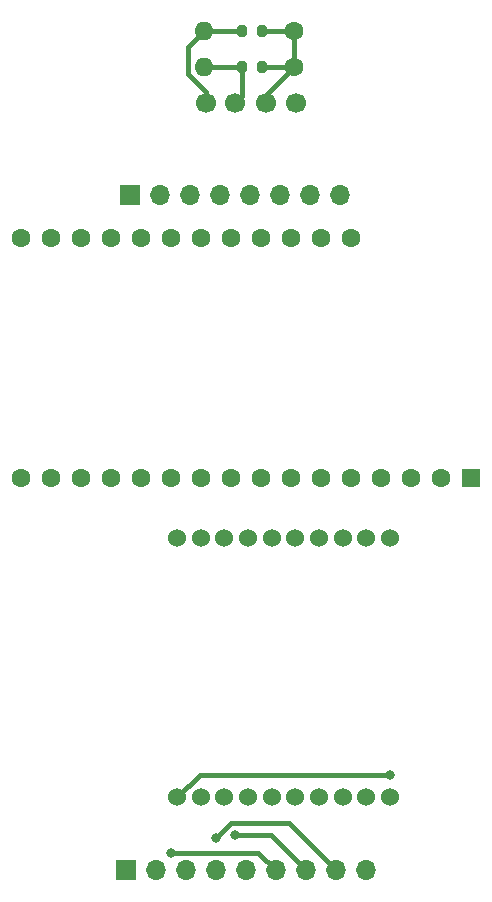
<source format=gbr>
%TF.GenerationSoftware,KiCad,Pcbnew,7.0.7*%
%TF.CreationDate,2023-09-12T20:42:17-04:00*%
%TF.ProjectId,Lora_Keypad2,4c6f7261-5f4b-4657-9970-6164322e6b69,v1*%
%TF.SameCoordinates,Original*%
%TF.FileFunction,Copper,L1,Top*%
%TF.FilePolarity,Positive*%
%FSLAX46Y46*%
G04 Gerber Fmt 4.6, Leading zero omitted, Abs format (unit mm)*
G04 Created by KiCad (PCBNEW 7.0.7) date 2023-09-12 20:42:17*
%MOMM*%
%LPD*%
G01*
G04 APERTURE LIST*
G04 Aperture macros list*
%AMRoundRect*
0 Rectangle with rounded corners*
0 $1 Rounding radius*
0 $2 $3 $4 $5 $6 $7 $8 $9 X,Y pos of 4 corners*
0 Add a 4 corners polygon primitive as box body*
4,1,4,$2,$3,$4,$5,$6,$7,$8,$9,$2,$3,0*
0 Add four circle primitives for the rounded corners*
1,1,$1+$1,$2,$3*
1,1,$1+$1,$4,$5*
1,1,$1+$1,$6,$7*
1,1,$1+$1,$8,$9*
0 Add four rect primitives between the rounded corners*
20,1,$1+$1,$2,$3,$4,$5,0*
20,1,$1+$1,$4,$5,$6,$7,0*
20,1,$1+$1,$6,$7,$8,$9,0*
20,1,$1+$1,$8,$9,$2,$3,0*%
G04 Aperture macros list end*
%TA.AperFunction,ComponentPad*%
%ADD10R,1.700000X1.700000*%
%TD*%
%TA.AperFunction,ComponentPad*%
%ADD11O,1.700000X1.700000*%
%TD*%
%TA.AperFunction,ComponentPad*%
%ADD12C,1.700000*%
%TD*%
%TA.AperFunction,ComponentPad*%
%ADD13C,1.600000*%
%TD*%
%TA.AperFunction,ComponentPad*%
%ADD14O,1.600000X1.600000*%
%TD*%
%TA.AperFunction,SMDPad,CuDef*%
%ADD15RoundRect,0.200000X0.200000X0.275000X-0.200000X0.275000X-0.200000X-0.275000X0.200000X-0.275000X0*%
%TD*%
%TA.AperFunction,ComponentPad*%
%ADD16C,1.524000*%
%TD*%
%TA.AperFunction,ComponentPad*%
%ADD17R,1.600000X1.600000*%
%TD*%
%TA.AperFunction,ViaPad*%
%ADD18C,0.800000*%
%TD*%
%TA.AperFunction,Conductor*%
%ADD19C,0.400000*%
%TD*%
G04 APERTURE END LIST*
D10*
%TO.P,U1,A1,C1*%
%TO.N,C1*%
X189547500Y-71355000D03*
D11*
%TO.P,U1,A2,C2*%
%TO.N,C2*%
X192087500Y-71355000D03*
%TO.P,U1,A3,C3*%
%TO.N,C3*%
X194627500Y-71355000D03*
%TO.P,U1,A4,R1*%
%TO.N,R1*%
X197167500Y-71355000D03*
%TO.P,U1,A5,R2*%
%TO.N,R2*%
X199707500Y-71355000D03*
%TO.P,U1,A6,R3*%
%TO.N,R3*%
X202247500Y-71355000D03*
%TO.P,U1,A7,R4*%
%TO.N,R4*%
X204787500Y-71355000D03*
%TO.P,U1,A8,NC*%
%TO.N,unconnected-(U1-NC-PadA8)*%
X207327500Y-71355000D03*
D10*
%TO.P,U1,B1,NC*%
%TO.N,unconnected-(U1-NC-PadB1)*%
X189230000Y-128505000D03*
D11*
%TO.P,U1,B2,C2*%
%TO.N,C2*%
X191770000Y-128505000D03*
%TO.P,U1,B3,R1*%
%TO.N,R1*%
X194310000Y-128505000D03*
%TO.P,U1,B4,C1*%
%TO.N,C1*%
X196850000Y-128505000D03*
%TO.P,U1,B5,R4*%
%TO.N,R4*%
X199390000Y-128505000D03*
%TO.P,U1,B6,C3*%
%TO.N,C3*%
X201930000Y-128505000D03*
%TO.P,U1,B7,R3*%
%TO.N,R3*%
X204470000Y-128505000D03*
%TO.P,U1,B8,R2*%
%TO.N,R2*%
X207010000Y-128505000D03*
%TO.P,U1,B9,NC*%
%TO.N,unconnected-(U1-NC-PadB9)*%
X209550000Y-128505000D03*
%TD*%
D12*
%TO.P,J1,1,Pin_1*%
%TO.N,I2C_SDA*%
X195971000Y-63500000D03*
%TO.P,J1,2,Pin_2*%
%TO.N,I2C_SCL*%
X198471000Y-63500000D03*
%TO.P,J1,3,Pin_3*%
%TO.N,+3.3V*%
X201071000Y-63500000D03*
%TO.P,J1,4,Pin_4*%
%TO.N,GND*%
X203571000Y-63500000D03*
%TD*%
D13*
%TO.P,R3,1*%
%TO.N,+3.3V*%
X203454000Y-60452000D03*
D14*
%TO.P,R3,2*%
%TO.N,I2C_SCL*%
X195834000Y-60452000D03*
%TD*%
D15*
%TO.P,R1,1*%
%TO.N,+3.3V*%
X200723000Y-60452000D03*
%TO.P,R1,2*%
%TO.N,I2C_SCL*%
X199073000Y-60452000D03*
%TD*%
D13*
%TO.P,R4,1*%
%TO.N,+3.3V*%
X203454000Y-57404000D03*
D14*
%TO.P,R4,2*%
%TO.N,I2C_SDA*%
X195834000Y-57404000D03*
%TD*%
D15*
%TO.P,R2,1*%
%TO.N,+3.3V*%
X200723000Y-57404000D03*
%TO.P,R2,2*%
%TO.N,I2C_SDA*%
X199073000Y-57404000D03*
%TD*%
D16*
%TO.P,A2,1,VCC*%
%TO.N,+3.3V*%
X211551520Y-122326400D03*
%TO.P,A2,2,DOUT/DIO13*%
%TO.N,RX*%
X209550000Y-122326400D03*
%TO.P,A2,3,DIN/~{CONFIG}/DIO14*%
%TO.N,TX*%
X207551020Y-122326400D03*
%TO.P,A2,4,DIO12/SPI_MISO*%
%TO.N,unconnected-(A2-DIO12{slash}SPI_MISO-Pad4)*%
X205549500Y-122326400D03*
%TO.P,A2,5,~{RESET}*%
%TO.N,unconnected-(A2-~{RESET}-Pad5)*%
X203550520Y-122326400D03*
%TO.P,A2,6,RSSI_PWM/DIO10*%
%TO.N,unconnected-(A2-RSSI_PWM{slash}DIO10-Pad6)*%
X201551540Y-122326400D03*
%TO.P,A2,7,PWM1/DIO11/I2C_SDA*%
%TO.N,unconnected-(A2-PWM1{slash}DIO11{slash}I2C_SDA-Pad7)*%
X199550020Y-122326400D03*
%TO.P,A2,8,NC*%
%TO.N,unconnected-(A2-NC-Pad8)*%
X197551040Y-122326400D03*
%TO.P,A2,9,~{DTR}/SLEEP_RQ/DIO8*%
%TO.N,unconnected-(A2-~{DTR}{slash}SLEEP_RQ{slash}DIO8-Pad9)*%
X195549520Y-122326400D03*
%TO.P,A2,10,GND*%
%TO.N,GND*%
X193550540Y-122326400D03*
%TO.P,A2,11,DIO4/SPI_MOSI*%
%TO.N,unconnected-(A2-DIO4{slash}SPI_MOSI-Pad11)*%
X193550540Y-100330000D03*
%TO.P,A2,12,~{CTS}/DIO7*%
%TO.N,unconnected-(A2-~{CTS}{slash}DIO7-Pad12)*%
X195549520Y-100330000D03*
%TO.P,A2,13,ON/~{SLEEP}/DIO9*%
%TO.N,unconnected-(A2-ON{slash}~{SLEEP}{slash}DIO9-Pad13)*%
X197551040Y-100330000D03*
%TO.P,A2,14,NC*%
%TO.N,unconnected-(A2-NC-Pad14)*%
X199550020Y-100330000D03*
%TO.P,A2,15,ASSOCIATE/DIO5*%
%TO.N,unconnected-(A2-ASSOCIATE{slash}DIO5-Pad15)*%
X201551540Y-100330000D03*
%TO.P,A2,16,~{RTS}/DIO6*%
%TO.N,unconnected-(A2-~{RTS}{slash}DIO6-Pad16)*%
X203550520Y-100330000D03*
%TO.P,A2,17,AD3/DIO3/SPI_~{SSEL}*%
%TO.N,unconnected-(A2-AD3{slash}DIO3{slash}SPI_~{SSEL}-Pad17)*%
X205549500Y-100330000D03*
%TO.P,A2,18,AD2/DIO2/SPI_CLK*%
%TO.N,unconnected-(A2-AD2{slash}DIO2{slash}SPI_CLK-Pad18)*%
X207551020Y-100330000D03*
%TO.P,A2,19,AD1/DIO1/SPI_~{ATTN}/I2C_SCL*%
%TO.N,unconnected-(A2-AD1{slash}DIO1{slash}SPI_~{ATTN}{slash}I2C_SCL-Pad19)*%
X209550000Y-100330000D03*
%TO.P,A2,20,AD0/DIO0*%
%TO.N,unconnected-(A2-AD0{slash}DIO0-Pad20)*%
X211551520Y-100330000D03*
%TD*%
D17*
%TO.P,A1,1,~{RESET}*%
%TO.N,unconnected-(A1-~{RESET}-Pad1)*%
X218440000Y-95250000D03*
D13*
%TO.P,A1,2,3V3*%
%TO.N,+3.3V*%
X215900000Y-95250000D03*
%TO.P,A1,3,AREF*%
%TO.N,unconnected-(A1-AREF-Pad3)*%
X213360000Y-95250000D03*
%TO.P,A1,4,GND*%
%TO.N,GND*%
X210820000Y-95250000D03*
%TO.P,A1,5,A0*%
%TO.N,unconnected-(A1-A0-Pad5)*%
X208280000Y-95250000D03*
%TO.P,A1,6,A1*%
%TO.N,TX*%
X205740000Y-95250000D03*
%TO.P,A1,7,A2*%
%TO.N,RX*%
X203200000Y-95250000D03*
%TO.P,A1,8,A3*%
%TO.N,unconnected-(A1-A3-Pad8)*%
X200660000Y-95250000D03*
%TO.P,A1,9,A4*%
%TO.N,unconnected-(A1-A4-Pad9)*%
X198120000Y-95250000D03*
%TO.P,A1,10,A5*%
%TO.N,unconnected-(A1-A5-Pad10)*%
X195580000Y-95250000D03*
%TO.P,A1,11,SCK*%
%TO.N,unconnected-(A1-SCK-Pad11)*%
X193040000Y-95250000D03*
%TO.P,A1,12,MOSI*%
%TO.N,unconnected-(A1-MOSI-Pad12)*%
X190500000Y-95250000D03*
%TO.P,A1,13,MISO*%
%TO.N,unconnected-(A1-MISO-Pad13)*%
X187960000Y-95250000D03*
%TO.P,A1,14,RX*%
%TO.N,unconnected-(A1-RX-Pad14)*%
X185420000Y-95250000D03*
%TO.P,A1,15,TX*%
%TO.N,unconnected-(A1-TX-Pad15)*%
X182880000Y-95250000D03*
%TO.P,A1,16,SPARE*%
%TO.N,unconnected-(A1-SPARE-Pad16)*%
X180340000Y-95250000D03*
%TO.P,A1,17,SDA*%
%TO.N,I2C_SDA*%
X180340000Y-74930000D03*
%TO.P,A1,18,SCL*%
%TO.N,I2C_SCL*%
X182880000Y-74930000D03*
%TO.P,A1,19,D0*%
%TO.N,C1*%
X185420000Y-74930000D03*
%TO.P,A1,20,D1*%
%TO.N,C2*%
X187960000Y-74930000D03*
%TO.P,A1,21,D2*%
%TO.N,C3*%
X190500000Y-74930000D03*
%TO.P,A1,22,D3*%
%TO.N,R1*%
X193040000Y-74930000D03*
%TO.P,A1,23,D4*%
%TO.N,R2*%
X195580000Y-74930000D03*
%TO.P,A1,24,D5*%
%TO.N,R3*%
X198120000Y-74930000D03*
%TO.P,A1,25,D6*%
%TO.N,R4*%
X200660000Y-74930000D03*
%TO.P,A1,26,USB*%
%TO.N,unconnected-(A1-USB-Pad26)*%
X203200000Y-74930000D03*
%TO.P,A1,27,EN*%
%TO.N,unconnected-(A1-EN-Pad27)*%
X205740000Y-74930000D03*
%TO.P,A1,28,VBAT*%
%TO.N,unconnected-(A1-VBAT-Pad28)*%
X208280000Y-74930000D03*
%TD*%
D18*
%TO.N,GND*%
X211582000Y-120396000D03*
%TO.N,C3*%
X193040000Y-126999996D03*
%TO.N,R2*%
X196850000Y-125730006D03*
%TO.N,R3*%
X198431686Y-125533686D03*
%TD*%
D19*
%TO.N,+3.3V*%
X201071000Y-63500000D02*
X201071000Y-62835000D01*
X203454000Y-57404000D02*
X203454000Y-60452000D01*
X201071000Y-62835000D02*
X203454000Y-60452000D01*
X200723000Y-57404000D02*
X203454000Y-57404000D01*
X200723000Y-60452000D02*
X203454000Y-60452000D01*
%TO.N,GND*%
X195480940Y-120396000D02*
X193550540Y-122326400D01*
X211582000Y-120396000D02*
X195480940Y-120396000D01*
%TO.N,I2C_SDA*%
X194437000Y-58801000D02*
X194437000Y-61077000D01*
X195971000Y-62611000D02*
X195971000Y-63500000D01*
X194437000Y-61077000D02*
X195971000Y-62611000D01*
X199073000Y-57404000D02*
X195834000Y-57404000D01*
X195834000Y-57404000D02*
X194437000Y-58801000D01*
%TO.N,I2C_SCL*%
X199073000Y-60452000D02*
X195834000Y-60452000D01*
X199073000Y-62898000D02*
X198471000Y-63500000D01*
X199073000Y-60452000D02*
X199073000Y-62898000D01*
%TO.N,C3*%
X201932500Y-128505000D02*
X200427496Y-126999996D01*
X200427496Y-126999996D02*
X193040000Y-126999996D01*
%TO.N,R2*%
X198064417Y-124515589D02*
X196850000Y-125730006D01*
X207012500Y-128505000D02*
X203023089Y-124515589D01*
X203023089Y-124515589D02*
X198064417Y-124515589D01*
%TO.N,R3*%
X201501186Y-125533686D02*
X198431686Y-125533686D01*
X204472500Y-128505000D02*
X201501186Y-125533686D01*
%TD*%
M02*

</source>
